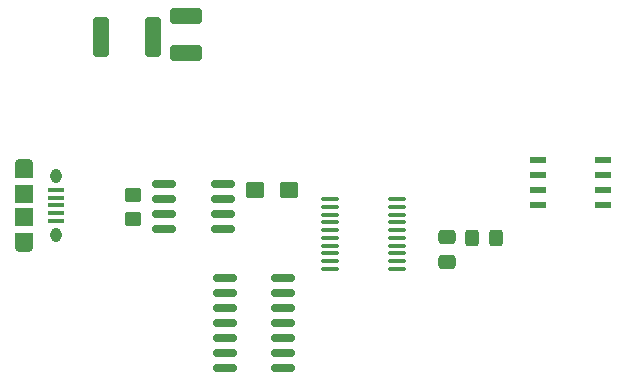
<source format=gbr>
%TF.GenerationSoftware,KiCad,Pcbnew,6.0.11-2627ca5db0~126~ubuntu22.04.1*%
%TF.CreationDate,2023-03-05T23:39:48-05:00*%
%TF.ProjectId,canbus-kline-bridge,63616e62-7573-42d6-9b6c-696e652d6272,1.0*%
%TF.SameCoordinates,Original*%
%TF.FileFunction,Paste,Top*%
%TF.FilePolarity,Positive*%
%FSLAX46Y46*%
G04 Gerber Fmt 4.6, Leading zero omitted, Abs format (unit mm)*
G04 Created by KiCad (PCBNEW 6.0.11-2627ca5db0~126~ubuntu22.04.1) date 2023-03-05 23:39:48*
%MOMM*%
%LPD*%
G01*
G04 APERTURE LIST*
G04 Aperture macros list*
%AMRoundRect*
0 Rectangle with rounded corners*
0 $1 Rounding radius*
0 $2 $3 $4 $5 $6 $7 $8 $9 X,Y pos of 4 corners*
0 Add a 4 corners polygon primitive as box body*
4,1,4,$2,$3,$4,$5,$6,$7,$8,$9,$2,$3,0*
0 Add four circle primitives for the rounded corners*
1,1,$1+$1,$2,$3*
1,1,$1+$1,$4,$5*
1,1,$1+$1,$6,$7*
1,1,$1+$1,$8,$9*
0 Add four rect primitives between the rounded corners*
20,1,$1+$1,$2,$3,$4,$5,0*
20,1,$1+$1,$4,$5,$6,$7,0*
20,1,$1+$1,$6,$7,$8,$9,0*
20,1,$1+$1,$8,$9,$2,$3,0*%
G04 Aperture macros list end*
%ADD10RoundRect,0.150000X-0.825000X-0.150000X0.825000X-0.150000X0.825000X0.150000X-0.825000X0.150000X0*%
%ADD11R,1.460500X0.533400*%
%ADD12RoundRect,0.250000X0.450000X-0.350000X0.450000X0.350000X-0.450000X0.350000X-0.450000X-0.350000X0*%
%ADD13RoundRect,0.250000X-0.475000X0.337500X-0.475000X-0.337500X0.475000X-0.337500X0.475000X0.337500X0*%
%ADD14RoundRect,0.250000X-0.400000X-1.450000X0.400000X-1.450000X0.400000X1.450000X-0.400000X1.450000X0*%
%ADD15RoundRect,0.250000X-0.537500X-0.425000X0.537500X-0.425000X0.537500X0.425000X-0.537500X0.425000X0*%
%ADD16RoundRect,0.250000X1.100000X-0.412500X1.100000X0.412500X-1.100000X0.412500X-1.100000X-0.412500X0*%
%ADD17RoundRect,0.100000X0.637500X0.100000X-0.637500X0.100000X-0.637500X-0.100000X0.637500X-0.100000X0*%
%ADD18O,1.550000X0.890000*%
%ADD19O,0.950000X1.250000*%
%ADD20R,1.350000X0.400000*%
%ADD21R,1.550000X1.500000*%
%ADD22R,1.550000X1.200000*%
%ADD23RoundRect,0.250000X-0.325000X-0.450000X0.325000X-0.450000X0.325000X0.450000X-0.325000X0.450000X0*%
%ADD24RoundRect,0.150000X0.825000X0.150000X-0.825000X0.150000X-0.825000X-0.150000X0.825000X-0.150000X0*%
G04 APERTURE END LIST*
D10*
%TO.C,U7*%
X73520000Y-92230000D03*
X73520000Y-93500000D03*
X73520000Y-94770000D03*
X73520000Y-96040000D03*
X73520000Y-97310000D03*
X73520000Y-98580000D03*
X73520000Y-99850000D03*
X78470000Y-99850000D03*
X78470000Y-98580000D03*
X78470000Y-97310000D03*
X78470000Y-96040000D03*
X78470000Y-94770000D03*
X78470000Y-93500000D03*
X78470000Y-92230000D03*
%TD*%
D11*
%TO.C,U5*%
X105484150Y-86015000D03*
X105484150Y-84745000D03*
X105484150Y-83475000D03*
X105484150Y-82205000D03*
X100035850Y-82205000D03*
X100035850Y-83475000D03*
X100035850Y-84745000D03*
X100035850Y-86015000D03*
%TD*%
D12*
%TO.C,R10*%
X65700000Y-87200000D03*
X65700000Y-85200000D03*
%TD*%
D13*
%TO.C,C3*%
X92325000Y-88762500D03*
X92325000Y-90837500D03*
%TD*%
D14*
%TO.C,F1*%
X63000000Y-71775000D03*
X67450000Y-71775000D03*
%TD*%
D15*
%TO.C,C6*%
X76100000Y-84725000D03*
X78975000Y-84725000D03*
%TD*%
D16*
%TO.C,C5*%
X70225000Y-73175000D03*
X70225000Y-70050000D03*
%TD*%
D17*
%TO.C,U2*%
X88125000Y-91400000D03*
X88125000Y-90750000D03*
X88125000Y-90100000D03*
X88125000Y-89450000D03*
X88125000Y-88800000D03*
X88125000Y-88150000D03*
X88125000Y-87500000D03*
X88125000Y-86850000D03*
X88125000Y-86200000D03*
X88125000Y-85550000D03*
X82400000Y-85550000D03*
X82400000Y-86200000D03*
X82400000Y-86850000D03*
X82400000Y-87500000D03*
X82400000Y-88150000D03*
X82400000Y-88800000D03*
X82400000Y-89450000D03*
X82400000Y-90100000D03*
X82400000Y-90750000D03*
X82400000Y-91400000D03*
%TD*%
D18*
%TO.C,J1*%
X56510000Y-89550000D03*
D19*
X59210000Y-88550000D03*
D18*
X56510000Y-82550000D03*
D19*
X59210000Y-83550000D03*
D20*
X59210000Y-84750000D03*
X59210000Y-85400000D03*
X59210000Y-86050000D03*
X59210000Y-86700000D03*
X59210000Y-87350000D03*
D21*
X56510000Y-87050000D03*
X56510000Y-85050000D03*
D22*
X56510000Y-88950000D03*
X56510000Y-83150000D03*
%TD*%
D23*
%TO.C,FB1*%
X94400000Y-88775000D03*
X96450000Y-88775000D03*
%TD*%
D24*
%TO.C,U4*%
X73325000Y-88015000D03*
X73325000Y-86745000D03*
X73325000Y-85475000D03*
X73325000Y-84205000D03*
X68375000Y-84205000D03*
X68375000Y-85475000D03*
X68375000Y-86745000D03*
X68375000Y-88015000D03*
%TD*%
M02*

</source>
